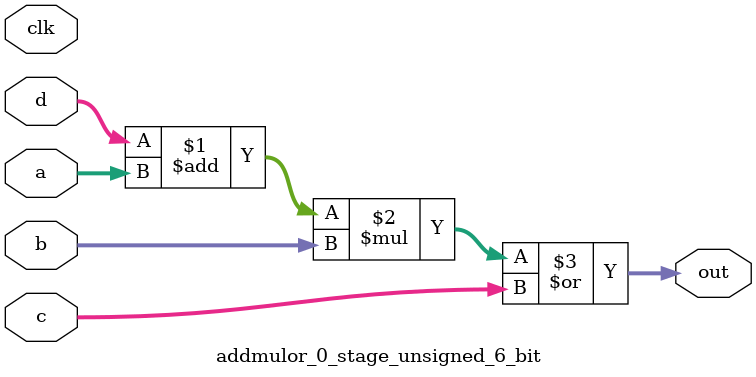
<source format=sv>
(* use_dsp = "yes" *) module addmulor_0_stage_unsigned_6_bit(
	input  [5:0] a,
	input  [5:0] b,
	input  [5:0] c,
	input  [5:0] d,
	output [5:0] out,
	input clk);

	assign out = ((d + a) * b) | c;
endmodule

</source>
